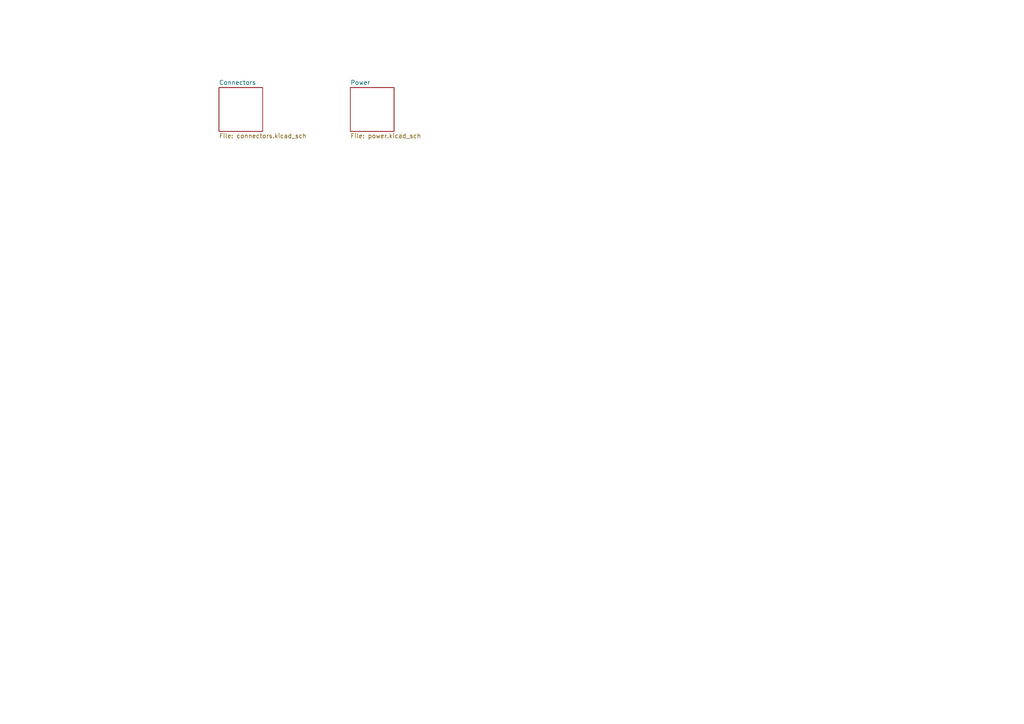
<source format=kicad_sch>
(kicad_sch
	(version 20231120)
	(generator "eeschema")
	(generator_version "8.0")
	(uuid "1d8afe81-3ee7-40d8-9af0-492100b35b6b")
	(paper "A4")
	(lib_symbols)
	(sheet
		(at 63.5 25.4)
		(size 12.7 12.7)
		(fields_autoplaced yes)
		(stroke
			(width 0.1524)
			(type solid)
		)
		(fill
			(color 0 0 0 0.0000)
		)
		(uuid "5e6f3ccd-61a1-4b9b-85c4-e96aca6c5e8b")
		(property "Sheetname" "Connectors"
			(at 63.5 24.6884 0)
			(effects
				(font
					(size 1.27 1.27)
				)
				(justify left bottom)
			)
		)
		(property "Sheetfile" "connectors.kicad_sch"
			(at 63.5 38.6846 0)
			(effects
				(font
					(size 1.27 1.27)
				)
				(justify left top)
			)
		)
		(instances
			(project "POESplitter"
				(path "/1d8afe81-3ee7-40d8-9af0-492100b35b6b"
					(page "2")
				)
			)
		)
	)
	(sheet
		(at 101.6 25.4)
		(size 12.7 12.7)
		(fields_autoplaced yes)
		(stroke
			(width 0.1524)
			(type solid)
		)
		(fill
			(color 0 0 0 0.0000)
		)
		(uuid "c340b1b4-084c-4cd8-9efe-7c0f1118747d")
		(property "Sheetname" "Power"
			(at 101.6 24.6884 0)
			(effects
				(font
					(size 1.27 1.27)
				)
				(justify left bottom)
			)
		)
		(property "Sheetfile" "power.kicad_sch"
			(at 101.6 38.6846 0)
			(effects
				(font
					(size 1.27 1.27)
				)
				(justify left top)
			)
		)
		(instances
			(project "POESplitter"
				(path "/1d8afe81-3ee7-40d8-9af0-492100b35b6b"
					(page "3")
				)
			)
		)
	)
	(sheet_instances
		(path "/"
			(page "1")
		)
	)
)
</source>
